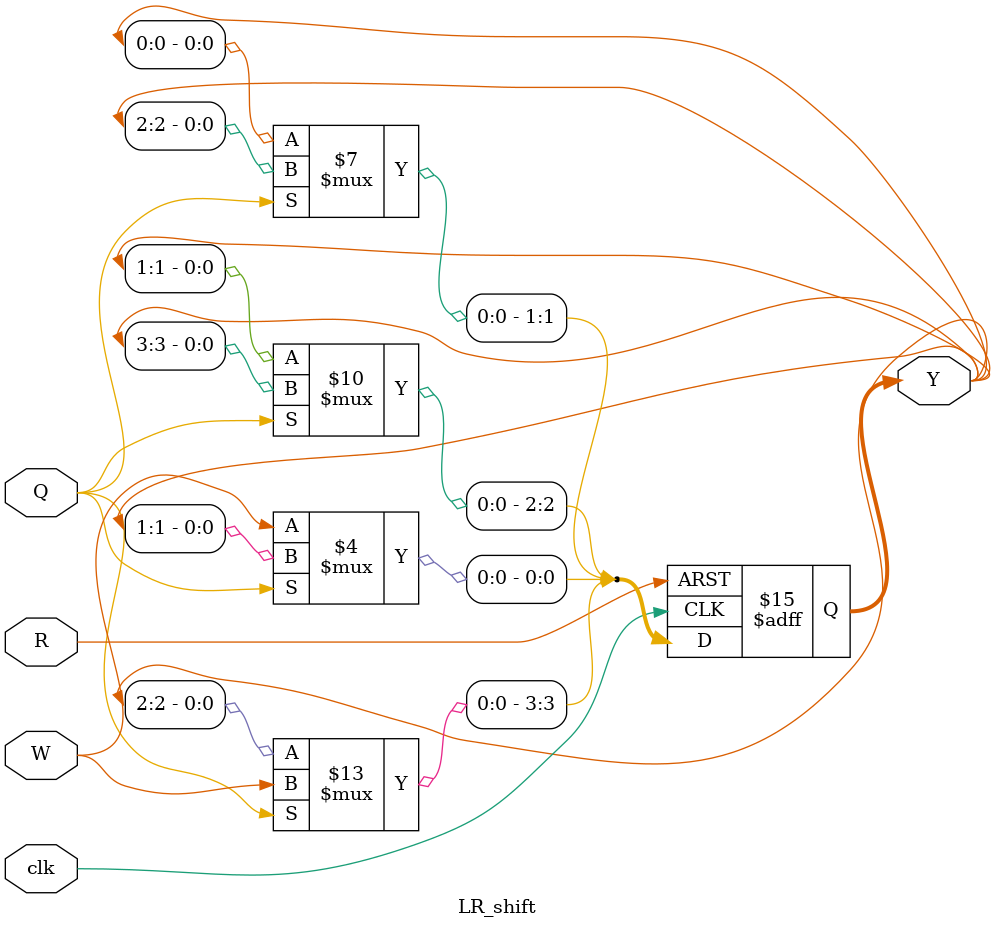
<source format=v>
module dig_system(input D, clk, R, output [3:0] Y);
  wire Q, W;
  
  assign W = 1'b1; // ধরলাম W হলো প্রতিবার ইনপুটে ঢোকানোর ডেটা (বা আপনি আলাদা ইনপুট দিতে পারেন)

  dff dff1(.D(D), .clk(clk), .Q(Q));
  LR_shift lr1(.clk(clk), .R(R), .Q(Q), .W(W), .Y(Y));
  
endmodule


// 2. JK Flip-Flop
module jk_ff(input j, k, clk, output reg Q);
  always @(posedge clk) begin
    case ({j, k})
      2'b00: Q <= Q;
      2'b01: Q <= 0;
      2'b10: Q <= 1;
      2'b11: Q <= ~Q;
    endcase
  end
endmodule


// 3. D Flip-Flop implemented using JK Flip-Flop
module dff(input D, clk, output Q);
  jk_ff jk_ff1(D,~D,clk,Q);
endmodule


// 4. Left-Right Shift Register
module LR_shift(input clk, R, Q, W, output reg [3:0] Y);
  always @(posedge clk or posedge R) begin
    if (R) begin
      Y <= 4'b0000;
    end else begin
      if (Q == 1'b0) begin // LEFT SHIFT
        Y[3] <= Y[2];
        Y[2] <= Y[1];
        Y[1] <= Y[0];
        Y[0] <= W;
      end else begin // RIGHT SHIFT
        Y[0] <= Y[1];
        Y[1] <= Y[2];
        Y[2] <= Y[3];
        Y[3] <= W;
      end
    end
  end
endmodule

</source>
